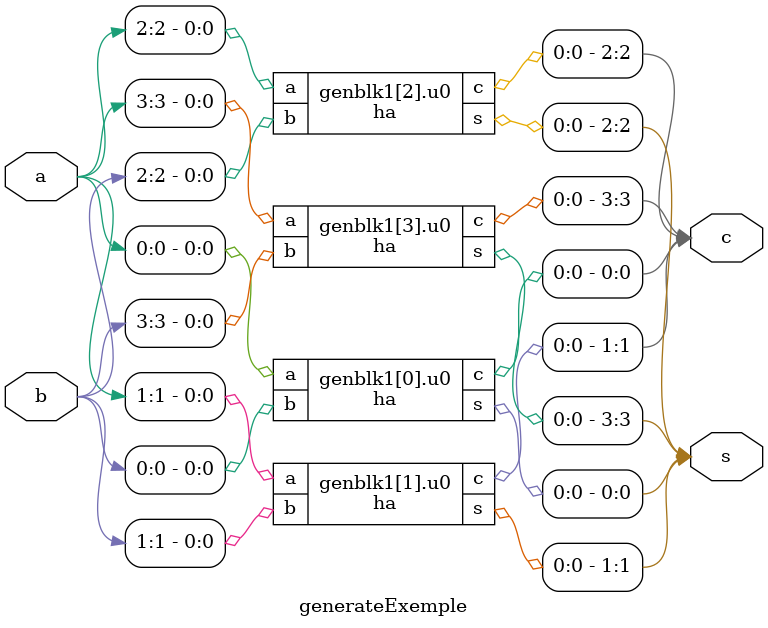
<source format=v>
module ha (
    input   a, b,
    output  s, c
);
    assign s = a ^ b;
    assign c = a & b;
endmodule

module generateExemple #(
    parameter N = 4
) (
    input   [N-1:0] a, b,
    output  [N-1:0] s, c
);
    genvar i;
    generate
        for (i = 0; i < N; i = i + 1) begin
            ha u0 (a[i], b[i], s[i], c[i]);
        end
    endgenerate
    
endmodule
</source>
